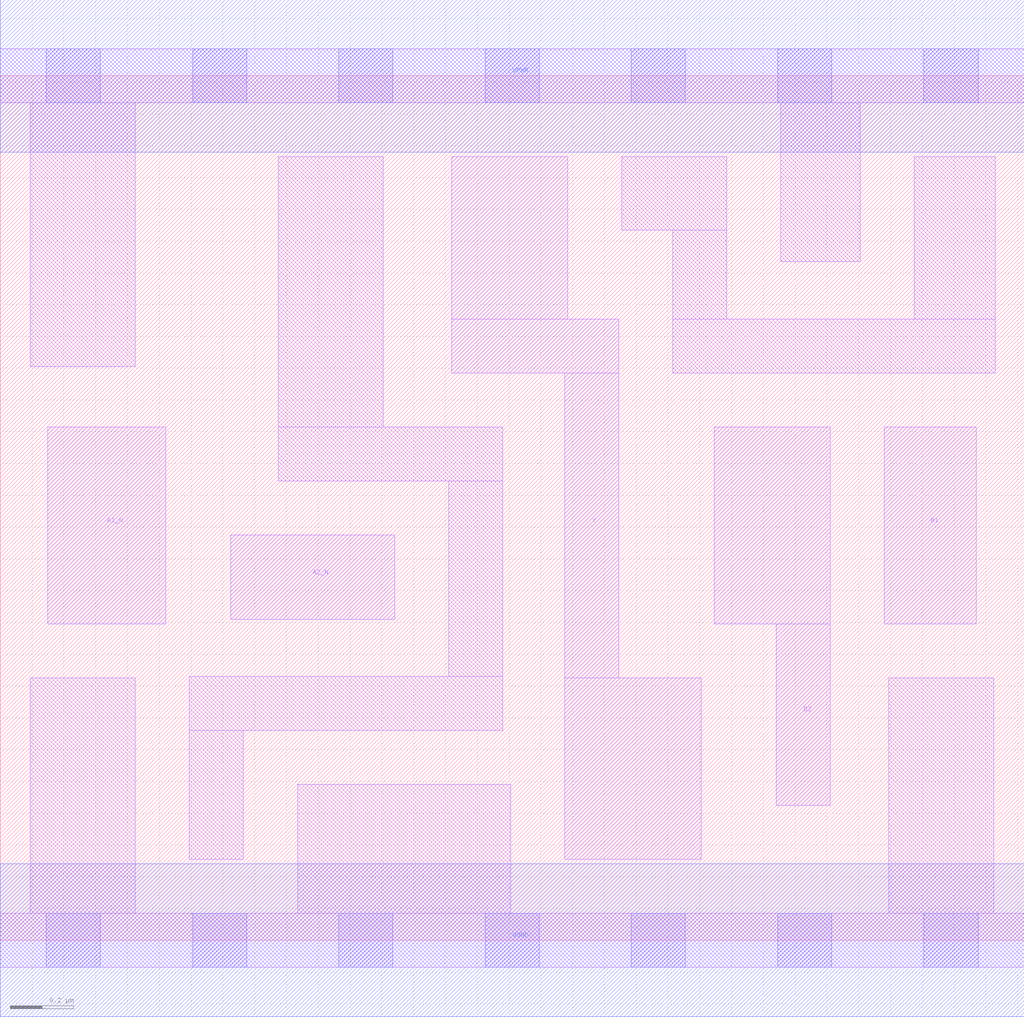
<source format=lef>
# Copyright 2020 The SkyWater PDK Authors
#
# Licensed under the Apache License, Version 2.0 (the "License");
# you may not use this file except in compliance with the License.
# You may obtain a copy of the License at
#
#     https://www.apache.org/licenses/LICENSE-2.0
#
# Unless required by applicable law or agreed to in writing, software
# distributed under the License is distributed on an "AS IS" BASIS,
# WITHOUT WARRANTIES OR CONDITIONS OF ANY KIND, either express or implied.
# See the License for the specific language governing permissions and
# limitations under the License.
#
# SPDX-License-Identifier: Apache-2.0

VERSION 5.7 ;
  NAMESCASESENSITIVE ON ;
  NOWIREEXTENSIONATPIN ON ;
  DIVIDERCHAR "/" ;
  BUSBITCHARS "[]" ;
UNITS
  DATABASE MICRONS 200 ;
END UNITS
MACRO sky130_fd_sc_hd__a2bb2oi_1
  CLASS CORE ;
  SOURCE USER ;
  FOREIGN sky130_fd_sc_hd__a2bb2oi_1 ;
  ORIGIN  0.000000  0.000000 ;
  SIZE  3.220000 BY  2.720000 ;
  SYMMETRY X Y R90 ;
  SITE unithd ;
  PIN A1_N
    ANTENNAGATEAREA  0.247500 ;
    DIRECTION INPUT ;
    USE SIGNAL ;
    PORT
      LAYER li1 ;
        RECT 0.150000 0.995000 0.520000 1.615000 ;
    END
  END A1_N
  PIN A2_N
    ANTENNAGATEAREA  0.247500 ;
    DIRECTION INPUT ;
    USE SIGNAL ;
    PORT
      LAYER li1 ;
        RECT 0.725000 1.010000 1.240000 1.275000 ;
    END
  END A2_N
  PIN B1
    ANTENNAGATEAREA  0.247500 ;
    DIRECTION INPUT ;
    USE SIGNAL ;
    PORT
      LAYER li1 ;
        RECT 2.780000 0.995000 3.070000 1.615000 ;
    END
  END B1
  PIN B2
    ANTENNAGATEAREA  0.247500 ;
    DIRECTION INPUT ;
    USE SIGNAL ;
    PORT
      LAYER li1 ;
        RECT 2.245000 0.995000 2.610000 1.615000 ;
        RECT 2.440000 0.425000 2.610000 0.995000 ;
    END
  END B2
  PIN Y
    ANTENNADIFFAREA  0.515500 ;
    DIRECTION OUTPUT ;
    USE SIGNAL ;
    PORT
      LAYER li1 ;
        RECT 1.420000 1.785000 1.945000 1.955000 ;
        RECT 1.420000 1.955000 1.785000 2.465000 ;
        RECT 1.775000 0.255000 2.205000 0.825000 ;
        RECT 1.775000 0.825000 1.945000 1.785000 ;
    END
  END Y
  PIN VGND
    DIRECTION INOUT ;
    SHAPE ABUTMENT ;
    USE GROUND ;
    PORT
      LAYER met1 ;
        RECT 0.000000 -0.240000 3.220000 0.240000 ;
    END
  END VGND
  PIN VPWR
    DIRECTION INOUT ;
    SHAPE ABUTMENT ;
    USE POWER ;
    PORT
      LAYER met1 ;
        RECT 0.000000 2.480000 3.220000 2.960000 ;
    END
  END VPWR
  OBS
    LAYER li1 ;
      RECT 0.000000 -0.085000 3.220000 0.085000 ;
      RECT 0.000000  2.635000 3.220000 2.805000 ;
      RECT 0.095000  0.085000 0.425000 0.825000 ;
      RECT 0.095000  1.805000 0.425000 2.635000 ;
      RECT 0.595000  0.255000 0.765000 0.660000 ;
      RECT 0.595000  0.660000 1.580000 0.830000 ;
      RECT 0.875000  1.445000 1.580000 1.615000 ;
      RECT 0.875000  1.615000 1.205000 2.465000 ;
      RECT 0.935000  0.085000 1.605000 0.490000 ;
      RECT 1.410000  0.830000 1.580000 1.445000 ;
      RECT 1.955000  2.235000 2.285000 2.465000 ;
      RECT 2.115000  1.785000 3.130000 1.955000 ;
      RECT 2.115000  1.955000 2.285000 2.235000 ;
      RECT 2.455000  2.135000 2.705000 2.635000 ;
      RECT 2.795000  0.085000 3.125000 0.825000 ;
      RECT 2.875000  1.955000 3.130000 2.465000 ;
    LAYER mcon ;
      RECT 0.145000 -0.085000 0.315000 0.085000 ;
      RECT 0.145000  2.635000 0.315000 2.805000 ;
      RECT 0.605000 -0.085000 0.775000 0.085000 ;
      RECT 0.605000  2.635000 0.775000 2.805000 ;
      RECT 1.065000 -0.085000 1.235000 0.085000 ;
      RECT 1.065000  2.635000 1.235000 2.805000 ;
      RECT 1.525000 -0.085000 1.695000 0.085000 ;
      RECT 1.525000  2.635000 1.695000 2.805000 ;
      RECT 1.985000 -0.085000 2.155000 0.085000 ;
      RECT 1.985000  2.635000 2.155000 2.805000 ;
      RECT 2.445000 -0.085000 2.615000 0.085000 ;
      RECT 2.445000  2.635000 2.615000 2.805000 ;
      RECT 2.905000 -0.085000 3.075000 0.085000 ;
      RECT 2.905000  2.635000 3.075000 2.805000 ;
  END
END sky130_fd_sc_hd__a2bb2oi_1

</source>
